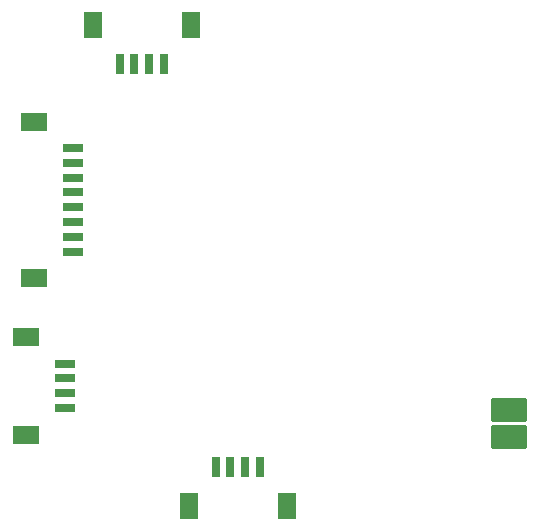
<source format=gbp>
G04*
G04 #@! TF.GenerationSoftware,Altium Limited,Altium Designer,21.0.8 (223)*
G04*
G04 Layer_Color=128*
%FSLAX25Y25*%
%MOIN*%
G70*
G04*
G04 #@! TF.SameCoordinates,4FC8230A-67FA-47FE-B716-792534C6144D*
G04*
G04*
G04 #@! TF.FilePolarity,Positive*
G04*
G01*
G75*
G04:AMPARAMS|DCode=18|XSize=118.11mil|YSize=78.74mil|CornerRadius=3.94mil|HoleSize=0mil|Usage=FLASHONLY|Rotation=0.000|XOffset=0mil|YOffset=0mil|HoleType=Round|Shape=RoundedRectangle|*
%AMROUNDEDRECTD18*
21,1,0.11811,0.07087,0,0,0.0*
21,1,0.11024,0.07874,0,0,0.0*
1,1,0.00787,0.05512,-0.03543*
1,1,0.00787,-0.05512,-0.03543*
1,1,0.00787,-0.05512,0.03543*
1,1,0.00787,0.05512,0.03543*
%
%ADD18ROUNDEDRECTD18*%
%ADD19R,0.02756X0.07087*%
%ADD20R,0.06299X0.08661*%
%ADD21R,0.08661X0.06299*%
%ADD22R,0.07087X0.02756*%
D18*
X169500Y31500D02*
D03*
Y40500D02*
D03*
D19*
X54382Y155657D02*
D03*
X49461D02*
D03*
X44539D02*
D03*
X39618D02*
D03*
X71618Y21342D02*
D03*
X76539D02*
D03*
X81461D02*
D03*
X86382D02*
D03*
D20*
X30760Y168650D02*
D03*
X63240D02*
D03*
X95240Y8350D02*
D03*
X62760D02*
D03*
D21*
X8350Y64740D02*
D03*
Y32260D02*
D03*
X11000Y136583D02*
D03*
Y84417D02*
D03*
D22*
X21342Y41118D02*
D03*
Y46039D02*
D03*
Y50961D02*
D03*
Y55882D02*
D03*
X23992Y93276D02*
D03*
Y98197D02*
D03*
Y103118D02*
D03*
Y108039D02*
D03*
Y112961D02*
D03*
Y117882D02*
D03*
Y122803D02*
D03*
Y127724D02*
D03*
M02*

</source>
